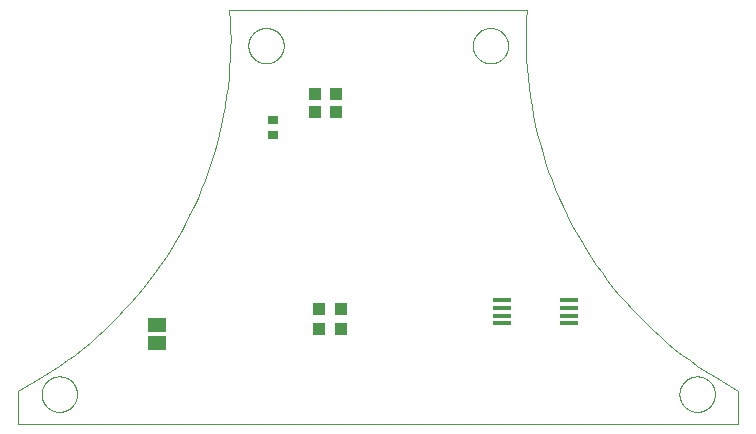
<source format=gbp>
G75*
%MOIN*%
%OFA0B0*%
%FSLAX25Y25*%
%IPPOS*%
%LPD*%
%AMOC8*
5,1,8,0,0,1.08239X$1,22.5*
%
%ADD10C,0.00000*%
%ADD11C,0.00039*%
%ADD12R,0.06181X0.01614*%
%ADD13R,0.03937X0.04331*%
%ADD14R,0.06300X0.04600*%
%ADD15R,0.04331X0.03937*%
%ADD16R,0.03543X0.02756*%
D10*
X0032750Y0016500D02*
X0032750Y0027524D01*
X0032750Y0016500D02*
X0272907Y0016500D01*
X0272907Y0027524D01*
X0272907Y0027523D02*
X0270093Y0029042D01*
X0267315Y0030628D01*
X0264577Y0032281D01*
X0261880Y0034000D01*
X0259225Y0035784D01*
X0256614Y0037631D01*
X0254048Y0039541D01*
X0251530Y0041513D01*
X0249060Y0043545D01*
X0246640Y0045636D01*
X0244271Y0047785D01*
X0241954Y0049991D01*
X0239692Y0052252D01*
X0237485Y0054567D01*
X0235335Y0056935D01*
X0233243Y0059354D01*
X0231210Y0061823D01*
X0229237Y0064341D01*
X0227326Y0066905D01*
X0225477Y0069515D01*
X0223692Y0072169D01*
X0221972Y0074866D01*
X0220318Y0077603D01*
X0218730Y0080380D01*
X0217210Y0083194D01*
X0215758Y0086044D01*
X0214376Y0088928D01*
X0213064Y0091845D01*
X0211823Y0094793D01*
X0210654Y0097770D01*
X0209557Y0100775D01*
X0208533Y0103805D01*
X0207582Y0106859D01*
X0206706Y0109935D01*
X0205905Y0113031D01*
X0205179Y0116146D01*
X0204528Y0119278D01*
X0203953Y0122424D01*
X0203455Y0125583D01*
X0203033Y0128754D01*
X0202688Y0131934D01*
X0202420Y0135121D01*
X0202229Y0138314D01*
X0202115Y0141510D01*
X0202079Y0144708D01*
X0202120Y0147906D01*
X0202239Y0151103D01*
X0202435Y0154295D01*
X0103222Y0154295D01*
X0103223Y0154295D02*
X0103419Y0151103D01*
X0103538Y0147906D01*
X0103579Y0144708D01*
X0103543Y0141510D01*
X0103429Y0138314D01*
X0103238Y0135121D01*
X0102970Y0131934D01*
X0102625Y0128754D01*
X0102203Y0125583D01*
X0101705Y0122424D01*
X0101130Y0119278D01*
X0100479Y0116146D01*
X0099753Y0113031D01*
X0098952Y0109935D01*
X0098076Y0106859D01*
X0097125Y0103805D01*
X0096101Y0100775D01*
X0095004Y0097770D01*
X0093835Y0094793D01*
X0092594Y0091845D01*
X0091282Y0088928D01*
X0089900Y0086044D01*
X0088448Y0083194D01*
X0086928Y0080380D01*
X0085340Y0077603D01*
X0083686Y0074866D01*
X0081966Y0072169D01*
X0080181Y0069515D01*
X0078332Y0066905D01*
X0076421Y0064341D01*
X0074448Y0061823D01*
X0072415Y0059354D01*
X0070323Y0056935D01*
X0068173Y0054567D01*
X0065966Y0052252D01*
X0063704Y0049991D01*
X0061387Y0047785D01*
X0059018Y0045636D01*
X0056598Y0043545D01*
X0054128Y0041513D01*
X0051610Y0039541D01*
X0049044Y0037631D01*
X0046433Y0035784D01*
X0043778Y0034000D01*
X0041081Y0032281D01*
X0038343Y0030628D01*
X0035565Y0029042D01*
X0032751Y0027523D01*
D11*
X0040624Y0026343D02*
X0040626Y0026496D01*
X0040632Y0026650D01*
X0040642Y0026803D01*
X0040656Y0026955D01*
X0040674Y0027108D01*
X0040696Y0027259D01*
X0040721Y0027410D01*
X0040751Y0027561D01*
X0040785Y0027711D01*
X0040822Y0027859D01*
X0040863Y0028007D01*
X0040908Y0028153D01*
X0040957Y0028299D01*
X0041010Y0028443D01*
X0041066Y0028585D01*
X0041126Y0028726D01*
X0041190Y0028866D01*
X0041257Y0029004D01*
X0041328Y0029140D01*
X0041403Y0029274D01*
X0041480Y0029406D01*
X0041562Y0029536D01*
X0041646Y0029664D01*
X0041734Y0029790D01*
X0041825Y0029913D01*
X0041919Y0030034D01*
X0042017Y0030152D01*
X0042117Y0030268D01*
X0042221Y0030381D01*
X0042327Y0030492D01*
X0042436Y0030600D01*
X0042548Y0030705D01*
X0042662Y0030806D01*
X0042780Y0030905D01*
X0042899Y0031001D01*
X0043021Y0031094D01*
X0043146Y0031183D01*
X0043273Y0031270D01*
X0043402Y0031352D01*
X0043533Y0031432D01*
X0043666Y0031508D01*
X0043801Y0031581D01*
X0043938Y0031650D01*
X0044077Y0031715D01*
X0044217Y0031777D01*
X0044359Y0031835D01*
X0044502Y0031890D01*
X0044647Y0031941D01*
X0044793Y0031988D01*
X0044940Y0032031D01*
X0045088Y0032070D01*
X0045237Y0032106D01*
X0045387Y0032137D01*
X0045538Y0032165D01*
X0045689Y0032189D01*
X0045842Y0032209D01*
X0045994Y0032225D01*
X0046147Y0032237D01*
X0046300Y0032245D01*
X0046453Y0032249D01*
X0046607Y0032249D01*
X0046760Y0032245D01*
X0046913Y0032237D01*
X0047066Y0032225D01*
X0047218Y0032209D01*
X0047371Y0032189D01*
X0047522Y0032165D01*
X0047673Y0032137D01*
X0047823Y0032106D01*
X0047972Y0032070D01*
X0048120Y0032031D01*
X0048267Y0031988D01*
X0048413Y0031941D01*
X0048558Y0031890D01*
X0048701Y0031835D01*
X0048843Y0031777D01*
X0048983Y0031715D01*
X0049122Y0031650D01*
X0049259Y0031581D01*
X0049394Y0031508D01*
X0049527Y0031432D01*
X0049658Y0031352D01*
X0049787Y0031270D01*
X0049914Y0031183D01*
X0050039Y0031094D01*
X0050161Y0031001D01*
X0050280Y0030905D01*
X0050398Y0030806D01*
X0050512Y0030705D01*
X0050624Y0030600D01*
X0050733Y0030492D01*
X0050839Y0030381D01*
X0050943Y0030268D01*
X0051043Y0030152D01*
X0051141Y0030034D01*
X0051235Y0029913D01*
X0051326Y0029790D01*
X0051414Y0029664D01*
X0051498Y0029536D01*
X0051580Y0029406D01*
X0051657Y0029274D01*
X0051732Y0029140D01*
X0051803Y0029004D01*
X0051870Y0028866D01*
X0051934Y0028726D01*
X0051994Y0028585D01*
X0052050Y0028443D01*
X0052103Y0028299D01*
X0052152Y0028153D01*
X0052197Y0028007D01*
X0052238Y0027859D01*
X0052275Y0027711D01*
X0052309Y0027561D01*
X0052339Y0027410D01*
X0052364Y0027259D01*
X0052386Y0027108D01*
X0052404Y0026955D01*
X0052418Y0026803D01*
X0052428Y0026650D01*
X0052434Y0026496D01*
X0052436Y0026343D01*
X0052434Y0026190D01*
X0052428Y0026036D01*
X0052418Y0025883D01*
X0052404Y0025731D01*
X0052386Y0025578D01*
X0052364Y0025427D01*
X0052339Y0025276D01*
X0052309Y0025125D01*
X0052275Y0024975D01*
X0052238Y0024827D01*
X0052197Y0024679D01*
X0052152Y0024533D01*
X0052103Y0024387D01*
X0052050Y0024243D01*
X0051994Y0024101D01*
X0051934Y0023960D01*
X0051870Y0023820D01*
X0051803Y0023682D01*
X0051732Y0023546D01*
X0051657Y0023412D01*
X0051580Y0023280D01*
X0051498Y0023150D01*
X0051414Y0023022D01*
X0051326Y0022896D01*
X0051235Y0022773D01*
X0051141Y0022652D01*
X0051043Y0022534D01*
X0050943Y0022418D01*
X0050839Y0022305D01*
X0050733Y0022194D01*
X0050624Y0022086D01*
X0050512Y0021981D01*
X0050398Y0021880D01*
X0050280Y0021781D01*
X0050161Y0021685D01*
X0050039Y0021592D01*
X0049914Y0021503D01*
X0049787Y0021416D01*
X0049658Y0021334D01*
X0049527Y0021254D01*
X0049394Y0021178D01*
X0049259Y0021105D01*
X0049122Y0021036D01*
X0048983Y0020971D01*
X0048843Y0020909D01*
X0048701Y0020851D01*
X0048558Y0020796D01*
X0048413Y0020745D01*
X0048267Y0020698D01*
X0048120Y0020655D01*
X0047972Y0020616D01*
X0047823Y0020580D01*
X0047673Y0020549D01*
X0047522Y0020521D01*
X0047371Y0020497D01*
X0047218Y0020477D01*
X0047066Y0020461D01*
X0046913Y0020449D01*
X0046760Y0020441D01*
X0046607Y0020437D01*
X0046453Y0020437D01*
X0046300Y0020441D01*
X0046147Y0020449D01*
X0045994Y0020461D01*
X0045842Y0020477D01*
X0045689Y0020497D01*
X0045538Y0020521D01*
X0045387Y0020549D01*
X0045237Y0020580D01*
X0045088Y0020616D01*
X0044940Y0020655D01*
X0044793Y0020698D01*
X0044647Y0020745D01*
X0044502Y0020796D01*
X0044359Y0020851D01*
X0044217Y0020909D01*
X0044077Y0020971D01*
X0043938Y0021036D01*
X0043801Y0021105D01*
X0043666Y0021178D01*
X0043533Y0021254D01*
X0043402Y0021334D01*
X0043273Y0021416D01*
X0043146Y0021503D01*
X0043021Y0021592D01*
X0042899Y0021685D01*
X0042780Y0021781D01*
X0042662Y0021880D01*
X0042548Y0021981D01*
X0042436Y0022086D01*
X0042327Y0022194D01*
X0042221Y0022305D01*
X0042117Y0022418D01*
X0042017Y0022534D01*
X0041919Y0022652D01*
X0041825Y0022773D01*
X0041734Y0022896D01*
X0041646Y0023022D01*
X0041562Y0023150D01*
X0041480Y0023280D01*
X0041403Y0023412D01*
X0041328Y0023546D01*
X0041257Y0023682D01*
X0041190Y0023820D01*
X0041126Y0023960D01*
X0041066Y0024101D01*
X0041010Y0024243D01*
X0040957Y0024387D01*
X0040908Y0024533D01*
X0040863Y0024679D01*
X0040822Y0024827D01*
X0040785Y0024975D01*
X0040751Y0025125D01*
X0040721Y0025276D01*
X0040696Y0025427D01*
X0040674Y0025578D01*
X0040656Y0025731D01*
X0040642Y0025883D01*
X0040632Y0026036D01*
X0040626Y0026190D01*
X0040624Y0026343D01*
X0109521Y0142484D02*
X0109523Y0142637D01*
X0109529Y0142791D01*
X0109539Y0142944D01*
X0109553Y0143096D01*
X0109571Y0143249D01*
X0109593Y0143400D01*
X0109618Y0143551D01*
X0109648Y0143702D01*
X0109682Y0143852D01*
X0109719Y0144000D01*
X0109760Y0144148D01*
X0109805Y0144294D01*
X0109854Y0144440D01*
X0109907Y0144584D01*
X0109963Y0144726D01*
X0110023Y0144867D01*
X0110087Y0145007D01*
X0110154Y0145145D01*
X0110225Y0145281D01*
X0110300Y0145415D01*
X0110377Y0145547D01*
X0110459Y0145677D01*
X0110543Y0145805D01*
X0110631Y0145931D01*
X0110722Y0146054D01*
X0110816Y0146175D01*
X0110914Y0146293D01*
X0111014Y0146409D01*
X0111118Y0146522D01*
X0111224Y0146633D01*
X0111333Y0146741D01*
X0111445Y0146846D01*
X0111559Y0146947D01*
X0111677Y0147046D01*
X0111796Y0147142D01*
X0111918Y0147235D01*
X0112043Y0147324D01*
X0112170Y0147411D01*
X0112299Y0147493D01*
X0112430Y0147573D01*
X0112563Y0147649D01*
X0112698Y0147722D01*
X0112835Y0147791D01*
X0112974Y0147856D01*
X0113114Y0147918D01*
X0113256Y0147976D01*
X0113399Y0148031D01*
X0113544Y0148082D01*
X0113690Y0148129D01*
X0113837Y0148172D01*
X0113985Y0148211D01*
X0114134Y0148247D01*
X0114284Y0148278D01*
X0114435Y0148306D01*
X0114586Y0148330D01*
X0114739Y0148350D01*
X0114891Y0148366D01*
X0115044Y0148378D01*
X0115197Y0148386D01*
X0115350Y0148390D01*
X0115504Y0148390D01*
X0115657Y0148386D01*
X0115810Y0148378D01*
X0115963Y0148366D01*
X0116115Y0148350D01*
X0116268Y0148330D01*
X0116419Y0148306D01*
X0116570Y0148278D01*
X0116720Y0148247D01*
X0116869Y0148211D01*
X0117017Y0148172D01*
X0117164Y0148129D01*
X0117310Y0148082D01*
X0117455Y0148031D01*
X0117598Y0147976D01*
X0117740Y0147918D01*
X0117880Y0147856D01*
X0118019Y0147791D01*
X0118156Y0147722D01*
X0118291Y0147649D01*
X0118424Y0147573D01*
X0118555Y0147493D01*
X0118684Y0147411D01*
X0118811Y0147324D01*
X0118936Y0147235D01*
X0119058Y0147142D01*
X0119177Y0147046D01*
X0119295Y0146947D01*
X0119409Y0146846D01*
X0119521Y0146741D01*
X0119630Y0146633D01*
X0119736Y0146522D01*
X0119840Y0146409D01*
X0119940Y0146293D01*
X0120038Y0146175D01*
X0120132Y0146054D01*
X0120223Y0145931D01*
X0120311Y0145805D01*
X0120395Y0145677D01*
X0120477Y0145547D01*
X0120554Y0145415D01*
X0120629Y0145281D01*
X0120700Y0145145D01*
X0120767Y0145007D01*
X0120831Y0144867D01*
X0120891Y0144726D01*
X0120947Y0144584D01*
X0121000Y0144440D01*
X0121049Y0144294D01*
X0121094Y0144148D01*
X0121135Y0144000D01*
X0121172Y0143852D01*
X0121206Y0143702D01*
X0121236Y0143551D01*
X0121261Y0143400D01*
X0121283Y0143249D01*
X0121301Y0143096D01*
X0121315Y0142944D01*
X0121325Y0142791D01*
X0121331Y0142637D01*
X0121333Y0142484D01*
X0121331Y0142331D01*
X0121325Y0142177D01*
X0121315Y0142024D01*
X0121301Y0141872D01*
X0121283Y0141719D01*
X0121261Y0141568D01*
X0121236Y0141417D01*
X0121206Y0141266D01*
X0121172Y0141116D01*
X0121135Y0140968D01*
X0121094Y0140820D01*
X0121049Y0140674D01*
X0121000Y0140528D01*
X0120947Y0140384D01*
X0120891Y0140242D01*
X0120831Y0140101D01*
X0120767Y0139961D01*
X0120700Y0139823D01*
X0120629Y0139687D01*
X0120554Y0139553D01*
X0120477Y0139421D01*
X0120395Y0139291D01*
X0120311Y0139163D01*
X0120223Y0139037D01*
X0120132Y0138914D01*
X0120038Y0138793D01*
X0119940Y0138675D01*
X0119840Y0138559D01*
X0119736Y0138446D01*
X0119630Y0138335D01*
X0119521Y0138227D01*
X0119409Y0138122D01*
X0119295Y0138021D01*
X0119177Y0137922D01*
X0119058Y0137826D01*
X0118936Y0137733D01*
X0118811Y0137644D01*
X0118684Y0137557D01*
X0118555Y0137475D01*
X0118424Y0137395D01*
X0118291Y0137319D01*
X0118156Y0137246D01*
X0118019Y0137177D01*
X0117880Y0137112D01*
X0117740Y0137050D01*
X0117598Y0136992D01*
X0117455Y0136937D01*
X0117310Y0136886D01*
X0117164Y0136839D01*
X0117017Y0136796D01*
X0116869Y0136757D01*
X0116720Y0136721D01*
X0116570Y0136690D01*
X0116419Y0136662D01*
X0116268Y0136638D01*
X0116115Y0136618D01*
X0115963Y0136602D01*
X0115810Y0136590D01*
X0115657Y0136582D01*
X0115504Y0136578D01*
X0115350Y0136578D01*
X0115197Y0136582D01*
X0115044Y0136590D01*
X0114891Y0136602D01*
X0114739Y0136618D01*
X0114586Y0136638D01*
X0114435Y0136662D01*
X0114284Y0136690D01*
X0114134Y0136721D01*
X0113985Y0136757D01*
X0113837Y0136796D01*
X0113690Y0136839D01*
X0113544Y0136886D01*
X0113399Y0136937D01*
X0113256Y0136992D01*
X0113114Y0137050D01*
X0112974Y0137112D01*
X0112835Y0137177D01*
X0112698Y0137246D01*
X0112563Y0137319D01*
X0112430Y0137395D01*
X0112299Y0137475D01*
X0112170Y0137557D01*
X0112043Y0137644D01*
X0111918Y0137733D01*
X0111796Y0137826D01*
X0111677Y0137922D01*
X0111559Y0138021D01*
X0111445Y0138122D01*
X0111333Y0138227D01*
X0111224Y0138335D01*
X0111118Y0138446D01*
X0111014Y0138559D01*
X0110914Y0138675D01*
X0110816Y0138793D01*
X0110722Y0138914D01*
X0110631Y0139037D01*
X0110543Y0139163D01*
X0110459Y0139291D01*
X0110377Y0139421D01*
X0110300Y0139553D01*
X0110225Y0139687D01*
X0110154Y0139823D01*
X0110087Y0139961D01*
X0110023Y0140101D01*
X0109963Y0140242D01*
X0109907Y0140384D01*
X0109854Y0140528D01*
X0109805Y0140674D01*
X0109760Y0140820D01*
X0109719Y0140968D01*
X0109682Y0141116D01*
X0109648Y0141266D01*
X0109618Y0141417D01*
X0109593Y0141568D01*
X0109571Y0141719D01*
X0109553Y0141872D01*
X0109539Y0142024D01*
X0109529Y0142177D01*
X0109523Y0142331D01*
X0109521Y0142484D01*
X0184324Y0142484D02*
X0184326Y0142637D01*
X0184332Y0142791D01*
X0184342Y0142944D01*
X0184356Y0143096D01*
X0184374Y0143249D01*
X0184396Y0143400D01*
X0184421Y0143551D01*
X0184451Y0143702D01*
X0184485Y0143852D01*
X0184522Y0144000D01*
X0184563Y0144148D01*
X0184608Y0144294D01*
X0184657Y0144440D01*
X0184710Y0144584D01*
X0184766Y0144726D01*
X0184826Y0144867D01*
X0184890Y0145007D01*
X0184957Y0145145D01*
X0185028Y0145281D01*
X0185103Y0145415D01*
X0185180Y0145547D01*
X0185262Y0145677D01*
X0185346Y0145805D01*
X0185434Y0145931D01*
X0185525Y0146054D01*
X0185619Y0146175D01*
X0185717Y0146293D01*
X0185817Y0146409D01*
X0185921Y0146522D01*
X0186027Y0146633D01*
X0186136Y0146741D01*
X0186248Y0146846D01*
X0186362Y0146947D01*
X0186480Y0147046D01*
X0186599Y0147142D01*
X0186721Y0147235D01*
X0186846Y0147324D01*
X0186973Y0147411D01*
X0187102Y0147493D01*
X0187233Y0147573D01*
X0187366Y0147649D01*
X0187501Y0147722D01*
X0187638Y0147791D01*
X0187777Y0147856D01*
X0187917Y0147918D01*
X0188059Y0147976D01*
X0188202Y0148031D01*
X0188347Y0148082D01*
X0188493Y0148129D01*
X0188640Y0148172D01*
X0188788Y0148211D01*
X0188937Y0148247D01*
X0189087Y0148278D01*
X0189238Y0148306D01*
X0189389Y0148330D01*
X0189542Y0148350D01*
X0189694Y0148366D01*
X0189847Y0148378D01*
X0190000Y0148386D01*
X0190153Y0148390D01*
X0190307Y0148390D01*
X0190460Y0148386D01*
X0190613Y0148378D01*
X0190766Y0148366D01*
X0190918Y0148350D01*
X0191071Y0148330D01*
X0191222Y0148306D01*
X0191373Y0148278D01*
X0191523Y0148247D01*
X0191672Y0148211D01*
X0191820Y0148172D01*
X0191967Y0148129D01*
X0192113Y0148082D01*
X0192258Y0148031D01*
X0192401Y0147976D01*
X0192543Y0147918D01*
X0192683Y0147856D01*
X0192822Y0147791D01*
X0192959Y0147722D01*
X0193094Y0147649D01*
X0193227Y0147573D01*
X0193358Y0147493D01*
X0193487Y0147411D01*
X0193614Y0147324D01*
X0193739Y0147235D01*
X0193861Y0147142D01*
X0193980Y0147046D01*
X0194098Y0146947D01*
X0194212Y0146846D01*
X0194324Y0146741D01*
X0194433Y0146633D01*
X0194539Y0146522D01*
X0194643Y0146409D01*
X0194743Y0146293D01*
X0194841Y0146175D01*
X0194935Y0146054D01*
X0195026Y0145931D01*
X0195114Y0145805D01*
X0195198Y0145677D01*
X0195280Y0145547D01*
X0195357Y0145415D01*
X0195432Y0145281D01*
X0195503Y0145145D01*
X0195570Y0145007D01*
X0195634Y0144867D01*
X0195694Y0144726D01*
X0195750Y0144584D01*
X0195803Y0144440D01*
X0195852Y0144294D01*
X0195897Y0144148D01*
X0195938Y0144000D01*
X0195975Y0143852D01*
X0196009Y0143702D01*
X0196039Y0143551D01*
X0196064Y0143400D01*
X0196086Y0143249D01*
X0196104Y0143096D01*
X0196118Y0142944D01*
X0196128Y0142791D01*
X0196134Y0142637D01*
X0196136Y0142484D01*
X0196134Y0142331D01*
X0196128Y0142177D01*
X0196118Y0142024D01*
X0196104Y0141872D01*
X0196086Y0141719D01*
X0196064Y0141568D01*
X0196039Y0141417D01*
X0196009Y0141266D01*
X0195975Y0141116D01*
X0195938Y0140968D01*
X0195897Y0140820D01*
X0195852Y0140674D01*
X0195803Y0140528D01*
X0195750Y0140384D01*
X0195694Y0140242D01*
X0195634Y0140101D01*
X0195570Y0139961D01*
X0195503Y0139823D01*
X0195432Y0139687D01*
X0195357Y0139553D01*
X0195280Y0139421D01*
X0195198Y0139291D01*
X0195114Y0139163D01*
X0195026Y0139037D01*
X0194935Y0138914D01*
X0194841Y0138793D01*
X0194743Y0138675D01*
X0194643Y0138559D01*
X0194539Y0138446D01*
X0194433Y0138335D01*
X0194324Y0138227D01*
X0194212Y0138122D01*
X0194098Y0138021D01*
X0193980Y0137922D01*
X0193861Y0137826D01*
X0193739Y0137733D01*
X0193614Y0137644D01*
X0193487Y0137557D01*
X0193358Y0137475D01*
X0193227Y0137395D01*
X0193094Y0137319D01*
X0192959Y0137246D01*
X0192822Y0137177D01*
X0192683Y0137112D01*
X0192543Y0137050D01*
X0192401Y0136992D01*
X0192258Y0136937D01*
X0192113Y0136886D01*
X0191967Y0136839D01*
X0191820Y0136796D01*
X0191672Y0136757D01*
X0191523Y0136721D01*
X0191373Y0136690D01*
X0191222Y0136662D01*
X0191071Y0136638D01*
X0190918Y0136618D01*
X0190766Y0136602D01*
X0190613Y0136590D01*
X0190460Y0136582D01*
X0190307Y0136578D01*
X0190153Y0136578D01*
X0190000Y0136582D01*
X0189847Y0136590D01*
X0189694Y0136602D01*
X0189542Y0136618D01*
X0189389Y0136638D01*
X0189238Y0136662D01*
X0189087Y0136690D01*
X0188937Y0136721D01*
X0188788Y0136757D01*
X0188640Y0136796D01*
X0188493Y0136839D01*
X0188347Y0136886D01*
X0188202Y0136937D01*
X0188059Y0136992D01*
X0187917Y0137050D01*
X0187777Y0137112D01*
X0187638Y0137177D01*
X0187501Y0137246D01*
X0187366Y0137319D01*
X0187233Y0137395D01*
X0187102Y0137475D01*
X0186973Y0137557D01*
X0186846Y0137644D01*
X0186721Y0137733D01*
X0186599Y0137826D01*
X0186480Y0137922D01*
X0186362Y0138021D01*
X0186248Y0138122D01*
X0186136Y0138227D01*
X0186027Y0138335D01*
X0185921Y0138446D01*
X0185817Y0138559D01*
X0185717Y0138675D01*
X0185619Y0138793D01*
X0185525Y0138914D01*
X0185434Y0139037D01*
X0185346Y0139163D01*
X0185262Y0139291D01*
X0185180Y0139421D01*
X0185103Y0139553D01*
X0185028Y0139687D01*
X0184957Y0139823D01*
X0184890Y0139961D01*
X0184826Y0140101D01*
X0184766Y0140242D01*
X0184710Y0140384D01*
X0184657Y0140528D01*
X0184608Y0140674D01*
X0184563Y0140820D01*
X0184522Y0140968D01*
X0184485Y0141116D01*
X0184451Y0141266D01*
X0184421Y0141417D01*
X0184396Y0141568D01*
X0184374Y0141719D01*
X0184356Y0141872D01*
X0184342Y0142024D01*
X0184332Y0142177D01*
X0184326Y0142331D01*
X0184324Y0142484D01*
X0253222Y0026343D02*
X0253224Y0026496D01*
X0253230Y0026650D01*
X0253240Y0026803D01*
X0253254Y0026955D01*
X0253272Y0027108D01*
X0253294Y0027259D01*
X0253319Y0027410D01*
X0253349Y0027561D01*
X0253383Y0027711D01*
X0253420Y0027859D01*
X0253461Y0028007D01*
X0253506Y0028153D01*
X0253555Y0028299D01*
X0253608Y0028443D01*
X0253664Y0028585D01*
X0253724Y0028726D01*
X0253788Y0028866D01*
X0253855Y0029004D01*
X0253926Y0029140D01*
X0254001Y0029274D01*
X0254078Y0029406D01*
X0254160Y0029536D01*
X0254244Y0029664D01*
X0254332Y0029790D01*
X0254423Y0029913D01*
X0254517Y0030034D01*
X0254615Y0030152D01*
X0254715Y0030268D01*
X0254819Y0030381D01*
X0254925Y0030492D01*
X0255034Y0030600D01*
X0255146Y0030705D01*
X0255260Y0030806D01*
X0255378Y0030905D01*
X0255497Y0031001D01*
X0255619Y0031094D01*
X0255744Y0031183D01*
X0255871Y0031270D01*
X0256000Y0031352D01*
X0256131Y0031432D01*
X0256264Y0031508D01*
X0256399Y0031581D01*
X0256536Y0031650D01*
X0256675Y0031715D01*
X0256815Y0031777D01*
X0256957Y0031835D01*
X0257100Y0031890D01*
X0257245Y0031941D01*
X0257391Y0031988D01*
X0257538Y0032031D01*
X0257686Y0032070D01*
X0257835Y0032106D01*
X0257985Y0032137D01*
X0258136Y0032165D01*
X0258287Y0032189D01*
X0258440Y0032209D01*
X0258592Y0032225D01*
X0258745Y0032237D01*
X0258898Y0032245D01*
X0259051Y0032249D01*
X0259205Y0032249D01*
X0259358Y0032245D01*
X0259511Y0032237D01*
X0259664Y0032225D01*
X0259816Y0032209D01*
X0259969Y0032189D01*
X0260120Y0032165D01*
X0260271Y0032137D01*
X0260421Y0032106D01*
X0260570Y0032070D01*
X0260718Y0032031D01*
X0260865Y0031988D01*
X0261011Y0031941D01*
X0261156Y0031890D01*
X0261299Y0031835D01*
X0261441Y0031777D01*
X0261581Y0031715D01*
X0261720Y0031650D01*
X0261857Y0031581D01*
X0261992Y0031508D01*
X0262125Y0031432D01*
X0262256Y0031352D01*
X0262385Y0031270D01*
X0262512Y0031183D01*
X0262637Y0031094D01*
X0262759Y0031001D01*
X0262878Y0030905D01*
X0262996Y0030806D01*
X0263110Y0030705D01*
X0263222Y0030600D01*
X0263331Y0030492D01*
X0263437Y0030381D01*
X0263541Y0030268D01*
X0263641Y0030152D01*
X0263739Y0030034D01*
X0263833Y0029913D01*
X0263924Y0029790D01*
X0264012Y0029664D01*
X0264096Y0029536D01*
X0264178Y0029406D01*
X0264255Y0029274D01*
X0264330Y0029140D01*
X0264401Y0029004D01*
X0264468Y0028866D01*
X0264532Y0028726D01*
X0264592Y0028585D01*
X0264648Y0028443D01*
X0264701Y0028299D01*
X0264750Y0028153D01*
X0264795Y0028007D01*
X0264836Y0027859D01*
X0264873Y0027711D01*
X0264907Y0027561D01*
X0264937Y0027410D01*
X0264962Y0027259D01*
X0264984Y0027108D01*
X0265002Y0026955D01*
X0265016Y0026803D01*
X0265026Y0026650D01*
X0265032Y0026496D01*
X0265034Y0026343D01*
X0265032Y0026190D01*
X0265026Y0026036D01*
X0265016Y0025883D01*
X0265002Y0025731D01*
X0264984Y0025578D01*
X0264962Y0025427D01*
X0264937Y0025276D01*
X0264907Y0025125D01*
X0264873Y0024975D01*
X0264836Y0024827D01*
X0264795Y0024679D01*
X0264750Y0024533D01*
X0264701Y0024387D01*
X0264648Y0024243D01*
X0264592Y0024101D01*
X0264532Y0023960D01*
X0264468Y0023820D01*
X0264401Y0023682D01*
X0264330Y0023546D01*
X0264255Y0023412D01*
X0264178Y0023280D01*
X0264096Y0023150D01*
X0264012Y0023022D01*
X0263924Y0022896D01*
X0263833Y0022773D01*
X0263739Y0022652D01*
X0263641Y0022534D01*
X0263541Y0022418D01*
X0263437Y0022305D01*
X0263331Y0022194D01*
X0263222Y0022086D01*
X0263110Y0021981D01*
X0262996Y0021880D01*
X0262878Y0021781D01*
X0262759Y0021685D01*
X0262637Y0021592D01*
X0262512Y0021503D01*
X0262385Y0021416D01*
X0262256Y0021334D01*
X0262125Y0021254D01*
X0261992Y0021178D01*
X0261857Y0021105D01*
X0261720Y0021036D01*
X0261581Y0020971D01*
X0261441Y0020909D01*
X0261299Y0020851D01*
X0261156Y0020796D01*
X0261011Y0020745D01*
X0260865Y0020698D01*
X0260718Y0020655D01*
X0260570Y0020616D01*
X0260421Y0020580D01*
X0260271Y0020549D01*
X0260120Y0020521D01*
X0259969Y0020497D01*
X0259816Y0020477D01*
X0259664Y0020461D01*
X0259511Y0020449D01*
X0259358Y0020441D01*
X0259205Y0020437D01*
X0259051Y0020437D01*
X0258898Y0020441D01*
X0258745Y0020449D01*
X0258592Y0020461D01*
X0258440Y0020477D01*
X0258287Y0020497D01*
X0258136Y0020521D01*
X0257985Y0020549D01*
X0257835Y0020580D01*
X0257686Y0020616D01*
X0257538Y0020655D01*
X0257391Y0020698D01*
X0257245Y0020745D01*
X0257100Y0020796D01*
X0256957Y0020851D01*
X0256815Y0020909D01*
X0256675Y0020971D01*
X0256536Y0021036D01*
X0256399Y0021105D01*
X0256264Y0021178D01*
X0256131Y0021254D01*
X0256000Y0021334D01*
X0255871Y0021416D01*
X0255744Y0021503D01*
X0255619Y0021592D01*
X0255497Y0021685D01*
X0255378Y0021781D01*
X0255260Y0021880D01*
X0255146Y0021981D01*
X0255034Y0022086D01*
X0254925Y0022194D01*
X0254819Y0022305D01*
X0254715Y0022418D01*
X0254615Y0022534D01*
X0254517Y0022652D01*
X0254423Y0022773D01*
X0254332Y0022896D01*
X0254244Y0023022D01*
X0254160Y0023150D01*
X0254078Y0023280D01*
X0254001Y0023412D01*
X0253926Y0023546D01*
X0253855Y0023682D01*
X0253788Y0023820D01*
X0253724Y0023960D01*
X0253664Y0024101D01*
X0253608Y0024243D01*
X0253555Y0024387D01*
X0253506Y0024533D01*
X0253461Y0024679D01*
X0253420Y0024827D01*
X0253383Y0024975D01*
X0253349Y0025125D01*
X0253319Y0025276D01*
X0253294Y0025427D01*
X0253272Y0025578D01*
X0253254Y0025731D01*
X0253240Y0025883D01*
X0253230Y0026036D01*
X0253224Y0026190D01*
X0253222Y0026343D01*
D12*
X0216520Y0049886D03*
X0216520Y0052445D03*
X0216520Y0055004D03*
X0216520Y0057563D03*
X0193921Y0057563D03*
X0193921Y0055004D03*
X0193921Y0052445D03*
X0193921Y0049886D03*
D13*
X0140250Y0048154D03*
X0133026Y0048124D03*
X0133026Y0054817D03*
X0140250Y0054846D03*
D14*
X0079000Y0049500D03*
X0079000Y0043500D03*
D15*
X0131904Y0120250D03*
X0138596Y0120250D03*
X0138596Y0126500D03*
X0131904Y0126500D03*
D16*
X0117750Y0117809D03*
X0117750Y0112691D03*
M02*

</source>
